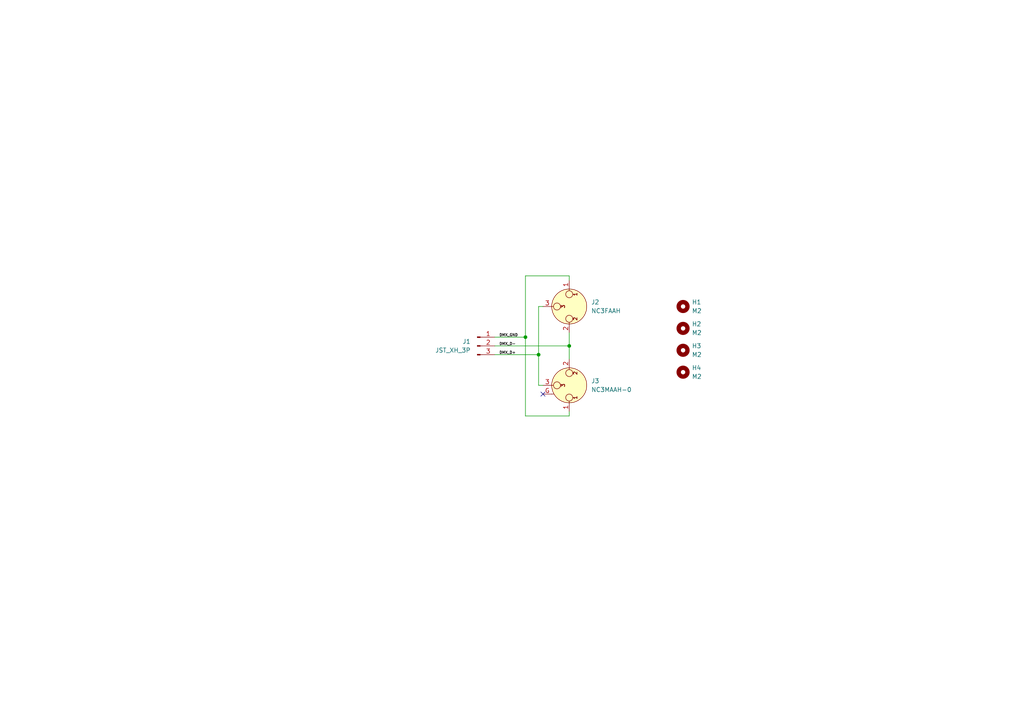
<source format=kicad_sch>
(kicad_sch (version 20250114) (generator "eeschema") (generator_version "9.0")
  (paper "A4")
  (lib_symbols
    (symbol "AV_Connectors:JST_XH_3P" (pin_names (offset 1.016) (hide yes))
      (property "Reference" "J" (at 0 5.08 0))
      (property "Value" "JST_XH_3P" (at 0 -5.08 0))
      (symbol "JST_XH_3P_1_1"
        (rectangle (start 0.8636 2.667) (end 0 2.413) (stroke (width 0.1524)) (fill (type outline)))
        (rectangle (start 0.8636 0.127) (end 0 -0.127) (stroke (width 0.1524)) (fill (type outline)))
        (rectangle (start 0.8636 -2.413) (end 0 -2.667) (stroke (width 0.1524)) (fill (type outline)))
        (polyline (pts (xy 1.27 2.54) (xy 0.8636 2.54)) (stroke (width 0.1524)))
        (polyline (pts (xy 1.27 0) (xy 0.8636 0)) (stroke (width 0.1524)))
        (polyline (pts (xy 1.27 -2.54) (xy 0.8636 -2.54)) (stroke (width 0.1524)))
        (pin passive line (at 5.08 2.54 180) (length 3.81) (name "Pin_1") (number "1"))
        (pin passive line (at 5.08 0 180) (length 3.81) (name "Pin_2") (number "2"))
        (pin passive line (at 5.08 -2.54 180) (length 3.81) (name "Pin_3") (number "3"))
      )
    )
    (symbol "AV_Connectors:NC3FAAH" (pin_names (hide yes))
      (property "Reference" "J" (at 0 8.89 0))
      (property "Value" "NC3FAAH" (at 0 6.35 0))
      (symbol "NC3FAAH_0_1"
        (polyline (pts (xy -5.08 0) (xy -4.572 0)))
        (circle (center -3.556 0) (radius 1.016))
        (circle (center 0 0) (radius 5.08) (fill (type background)))
        (circle (center 0 -3.556) (radius 1.016))
        (polyline (pts (xy 0 -5.08) (xy 0 -4.572)))
        (circle (center 3.556 0) (radius 1.016))
        (polyline (pts (xy 5.08 0) (xy 4.572 0)))
        (text "1" (at -3.556 1.778 0) (effects (font (size 1.016 1.016) (bold yes))))
        (text "3" (at 0 -1.778 0) (effects (font (size 1.016 1.016) (bold yes))))
        (text "2" (at 3.556 1.778 0) (effects (font (size 1.016 1.016) (bold yes))))
        (pin passive line (at -7.62 0 0) (length 2.54) (name "~") (number "1"))
        (pin passive line (at 0 -7.62 90) (length 2.54) (name "~") (number "3"))
        (pin passive line (at 7.62 0 180) (length 2.54) (name "~") (number "2"))
      )
    )
    (symbol "AV_Connectors:NC3MAAH-0" (pin_names (hide yes))
      (property "Reference" "J" (at 0 8.89 0))
      (property "Value" "NC3MAAH-0" (at 0 6.35 0))
      (symbol "NC3MAAH-0_0_1"
        (polyline (pts (xy -5.08 0) (xy -4.572 0)))
        (circle (center -3.556 0) (radius 1.016))
        (polyline (pts (xy -2.54 -5.08) (xy -2.54 -4.445)))
        (circle (center 0 0) (radius 5.08) (fill (type background)))
        (circle (center 0 -3.556) (radius 1.016))
        (polyline (pts (xy 0 -5.08) (xy 0 -4.572)))
        (circle (center 3.556 0) (radius 1.016))
        (polyline (pts (xy 5.08 0) (xy 4.572 0)))
        (text "1" (at -3.556 1.778 0) (effects (font (size 1.016 1.016) (bold yes))))
        (text "3" (at 0 -1.778 0) (effects (font (size 1.016 1.016) (bold yes))))
        (text "2" (at 3.556 1.778 0) (effects (font (size 1.016 1.016) (bold yes))))
        (pin passive line (at -7.62 0 0) (length 2.54) (name "~") (number "1"))
        (pin passive line (at 0 -7.62 90) (length 2.54) (name "~") (number "3"))
        (pin passive line (at 7.62 0 180) (length 2.54) (name "~") (number "2"))
      )
      (symbol "NC3MAAH-0_1_1"
        (pin passive line (at -2.54 -7.62 90) (length 2.54) (name "~") (number "G"))
      )
    )
    (symbol "AV_NoPart:MountingHole_NPTH_M2" (pin_names (offset 1.016)) (in_bom no)
      (property "Reference" "H" (at 0 5.08 0))
      (property "Value" "M2" (at 0 3.175 0))
      (symbol "MountingHole_NPTH_M2_0_1"
        (circle (center 0 0) (radius 1.27) (stroke (width 1.27)))
      )
    )
  )
  (junction (at 165.1 100.33))
  (junction (at 156.21 102.87))
  (junction (at 152.4 97.79))
  (no_connect (at 157.48 114.3))
  (wire (pts (xy 143.51 97.79) (xy 152.4 97.79)))
  (wire (pts (xy 165.1 80.01) (xy 152.4 80.01)))
  (wire (pts (xy 157.48 88.9) (xy 156.21 88.9)))
  (wire (pts (xy 152.4 97.79) (xy 152.4 120.65)))
  (wire (pts (xy 165.1 81.28) (xy 165.1 80.01)))
  (wire (pts (xy 156.21 102.87) (xy 156.21 111.76)))
  (wire (pts (xy 156.21 88.9) (xy 156.21 102.87)))
  (wire (pts (xy 143.51 102.87) (xy 156.21 102.87)))
  (wire (pts (xy 143.51 100.33) (xy 165.1 100.33)))
  (wire (pts (xy 165.1 96.52) (xy 165.1 100.33)))
  (wire (pts (xy 165.1 120.65) (xy 165.1 119.38)))
  (wire (pts (xy 156.21 111.76) (xy 157.48 111.76)))
  (wire (pts (xy 152.4 120.65) (xy 165.1 120.65)))
  (wire (pts (xy 165.1 100.33) (xy 165.1 104.14)))
  (wire (pts (xy 152.4 80.01) (xy 152.4 97.79)))
  (label "DMX_GND" (at 144.78 97.79 0) (effects (font (size 0.762 0.762))))
  (label "DMX_D-" (at 144.78 100.33 0) (effects (font (size 0.762 0.762))))
  (label "DMX_D+" (at 144.78 102.87 0) (effects (font (size 0.762 0.762))))
  (symbol (lib_id "AV_NoPart:MountingHole_NPTH_M2") (at 198.12 107.95 0) (unit 1) (in_bom no)
    (property "Reference" "H4" (at 200.66 106.6799 0) (effects (justify left)))
    (property "Value" "M2" (at 200.66 109.2199 0) (effects (justify left)))
    (property "Footprint" "MountingHole:MountingHole_2.2mm_M2" (effects (hide yes)))
    (property "Description" "Mounting Hole without connection" (effects (hide yes)))
  )
  (symbol (lib_id "AV_NoPart:MountingHole_NPTH_M2") (at 198.12 88.9 0) (unit 1) (in_bom no)
    (property "Reference" "H1" (at 200.66 87.6299 0) (effects (justify left)))
    (property "Value" "M2" (at 200.66 90.1699 0) (effects (justify left)))
    (property "Footprint" "MountingHole:MountingHole_2.2mm_M2" (effects (hide yes)))
    (property "Description" "Mounting Hole without connection" (effects (hide yes)))
  )
  (symbol (lib_id "AV_Connectors:NC3FAAH") (at 165.1 88.9 270) (unit 1)
    (property "Reference" "J2" (at 171.45 87.6299 90) (effects (justify left)))
    (property "Value" "NC3FAAH" (at 171.45 90.1699 90) (effects (justify left)))
    (property "Footprint" "AV_CONNECTORS:Neutrik_NC3FAAH" (effects (hide yes)))
    (property "Datasheet" "https://www.neutrik.com/en/product/nc3faah" (effects (hide yes)))
    (property "Description" "AA Series, 3 pole female XLR receptacle, grounding: without ground/shell contact, horizontal PCB mount" (effects (hide yes)))
    (property "LCSC" "C368521" (effects (hide yes)))
  )
  (symbol (lib_id "AV_NoPart:MountingHole_NPTH_M2") (at 198.12 101.6 0) (unit 1) (in_bom no)
    (property "Reference" "H3" (at 200.66 100.3299 0) (effects (justify left)))
    (property "Value" "M2" (at 200.66 102.8699 0) (effects (justify left)))
    (property "Footprint" "MountingHole:MountingHole_2.2mm_M2" (effects (hide yes)))
    (property "Description" "Mounting Hole without connection" (effects (hide yes)))
  )
  (symbol (lib_id "AV_NoPart:MountingHole_NPTH_M2") (at 198.12 95.25 0) (unit 1) (in_bom no)
    (property "Reference" "H2" (at 200.66 93.9799 0) (effects (justify left)))
    (property "Value" "M2" (at 200.66 96.5199 0) (effects (justify left)))
    (property "Footprint" "MountingHole:MountingHole_2.2mm_M2" (effects (hide yes)))
    (property "Description" "Mounting Hole without connection" (effects (hide yes)))
  )
  (symbol (lib_id "AV_Connectors:NC3MAAH-0") (at 165.1 111.76 270) (mirror x) (unit 1)
    (property "Reference" "J3" (at 171.45 110.49 90) (effects (justify left)))
    (property "Value" "NC3MAAH-0" (at 171.45 113.03 90) (effects (justify left)))
    (property "Footprint" "AV_CONNECTORS:Neutrik_NC3MAAH-0" (effects (hide yes)))
    (property "Datasheet" "https://www.neutrik.com/en/product/nc3maah-0" (effects (hide yes)))
    (property "Description" "AA Series, 3 pole male XLR receptacle, grounding: ground contact connected to shell ground, but not to front panel and Pin 1, horizontal PCB mount" (effects (hide yes)))
    (property "LCSC" "C368531" (effects (hide yes)))
  )
  (symbol (lib_id "AV_Connectors:JST_XH_3P") (at 138.43 100.33 0) (unit 1)
    (property "Reference" "J1" (at 136.525 99.06 0) (effects (justify right)))
    (property "Value" "JST_XH_3P" (at 136.525 101.6 0) (effects (justify right)))
    (property "Footprint" "Connector_JST:JST_XH_B3B-XH-A_1x03_P2.50mm_Vertical" (effects (hide yes)))
    (property "Description" "JST XH 3 pin vertical wire to board connector" (effects (hide yes)))
  )
)
</source>
